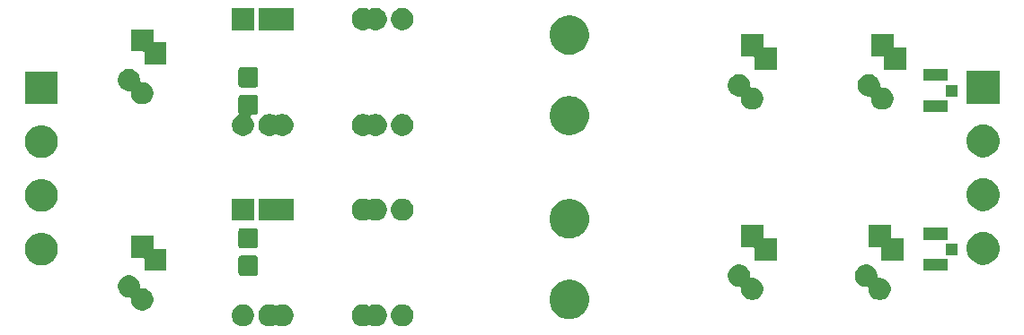
<source format=gbs>
G04 #@! TF.GenerationSoftware,KiCad,Pcbnew,(5.1.4)-1*
G04 #@! TF.CreationDate,2021-09-06T00:09:17-04:00*
G04 #@! TF.ProjectId,controller_power_filter,636f6e74-726f-46c6-9c65-725f706f7765,rev?*
G04 #@! TF.SameCoordinates,Original*
G04 #@! TF.FileFunction,Soldermask,Bot*
G04 #@! TF.FilePolarity,Negative*
%FSLAX46Y46*%
G04 Gerber Fmt 4.6, Leading zero omitted, Abs format (unit mm)*
G04 Created by KiCad (PCBNEW (5.1.4)-1) date 2021-09-06 00:09:17*
%MOMM*%
%LPD*%
G04 APERTURE LIST*
%ADD10C,0.100000*%
G04 APERTURE END LIST*
D10*
G36*
X127606564Y-145489389D02*
G01*
X127797836Y-145568616D01*
X127830555Y-145590478D01*
X127852165Y-145602029D01*
X127875614Y-145609142D01*
X127900001Y-145611544D01*
X127924387Y-145609142D01*
X127947836Y-145602029D01*
X127969445Y-145590478D01*
X128002164Y-145568616D01*
X128193436Y-145489389D01*
X128396484Y-145449000D01*
X128603516Y-145449000D01*
X128806564Y-145489389D01*
X128997833Y-145568615D01*
X128997835Y-145568616D01*
X129169973Y-145683635D01*
X129316365Y-145830027D01*
X129384090Y-145931384D01*
X129431385Y-146002167D01*
X129510611Y-146193436D01*
X129551000Y-146396484D01*
X129551000Y-146603516D01*
X129510611Y-146806564D01*
X129492205Y-146851000D01*
X129431384Y-146997835D01*
X129316365Y-147169973D01*
X129169973Y-147316365D01*
X128997835Y-147431384D01*
X128997834Y-147431385D01*
X128997833Y-147431385D01*
X128806564Y-147510611D01*
X128603516Y-147551000D01*
X128396484Y-147551000D01*
X128193436Y-147510611D01*
X128002164Y-147431384D01*
X127969445Y-147409522D01*
X127947835Y-147397971D01*
X127924386Y-147390858D01*
X127899999Y-147388456D01*
X127875613Y-147390858D01*
X127852164Y-147397971D01*
X127830555Y-147409522D01*
X127797836Y-147431384D01*
X127606564Y-147510611D01*
X127403516Y-147551000D01*
X127196484Y-147551000D01*
X126993436Y-147510611D01*
X126802167Y-147431385D01*
X126802166Y-147431385D01*
X126802165Y-147431384D01*
X126630027Y-147316365D01*
X126483635Y-147169973D01*
X126368616Y-146997835D01*
X126307795Y-146851000D01*
X126289389Y-146806564D01*
X126249000Y-146603516D01*
X126249000Y-146396484D01*
X126289389Y-146193436D01*
X126368615Y-146002167D01*
X126415911Y-145931384D01*
X126483635Y-145830027D01*
X126630027Y-145683635D01*
X126802165Y-145568616D01*
X126802167Y-145568615D01*
X126993436Y-145489389D01*
X127196484Y-145449000D01*
X127403516Y-145449000D01*
X127606564Y-145489389D01*
X127606564Y-145489389D01*
G37*
G36*
X118806564Y-145489389D02*
G01*
X118997836Y-145568616D01*
X119030555Y-145590478D01*
X119052165Y-145602029D01*
X119075614Y-145609142D01*
X119100001Y-145611544D01*
X119124387Y-145609142D01*
X119147836Y-145602029D01*
X119169445Y-145590478D01*
X119202164Y-145568616D01*
X119393436Y-145489389D01*
X119596484Y-145449000D01*
X119803516Y-145449000D01*
X120006564Y-145489389D01*
X120197833Y-145568615D01*
X120197835Y-145568616D01*
X120369973Y-145683635D01*
X120516365Y-145830027D01*
X120584090Y-145931384D01*
X120631385Y-146002167D01*
X120710611Y-146193436D01*
X120751000Y-146396484D01*
X120751000Y-146603516D01*
X120710611Y-146806564D01*
X120692205Y-146851000D01*
X120631384Y-146997835D01*
X120516365Y-147169973D01*
X120369973Y-147316365D01*
X120197835Y-147431384D01*
X120197834Y-147431385D01*
X120197833Y-147431385D01*
X120006564Y-147510611D01*
X119803516Y-147551000D01*
X119596484Y-147551000D01*
X119393436Y-147510611D01*
X119202164Y-147431384D01*
X119169445Y-147409522D01*
X119147835Y-147397971D01*
X119124386Y-147390858D01*
X119099999Y-147388456D01*
X119075613Y-147390858D01*
X119052164Y-147397971D01*
X119030555Y-147409522D01*
X118997836Y-147431384D01*
X118806564Y-147510611D01*
X118603516Y-147551000D01*
X118396484Y-147551000D01*
X118193436Y-147510611D01*
X118002167Y-147431385D01*
X118002166Y-147431385D01*
X118002165Y-147431384D01*
X117830027Y-147316365D01*
X117683635Y-147169973D01*
X117568616Y-146997835D01*
X117507795Y-146851000D01*
X117489389Y-146806564D01*
X117449000Y-146603516D01*
X117449000Y-146396484D01*
X117489389Y-146193436D01*
X117568615Y-146002167D01*
X117615911Y-145931384D01*
X117683635Y-145830027D01*
X117830027Y-145683635D01*
X118002165Y-145568616D01*
X118002167Y-145568615D01*
X118193436Y-145489389D01*
X118396484Y-145449000D01*
X118603516Y-145449000D01*
X118806564Y-145489389D01*
X118806564Y-145489389D01*
G37*
G36*
X116306564Y-145489389D02*
G01*
X116497833Y-145568615D01*
X116497835Y-145568616D01*
X116669973Y-145683635D01*
X116816365Y-145830027D01*
X116884090Y-145931384D01*
X116931385Y-146002167D01*
X117010611Y-146193436D01*
X117051000Y-146396484D01*
X117051000Y-146603516D01*
X117010611Y-146806564D01*
X116992205Y-146851000D01*
X116931384Y-146997835D01*
X116816365Y-147169973D01*
X116669973Y-147316365D01*
X116497835Y-147431384D01*
X116497834Y-147431385D01*
X116497833Y-147431385D01*
X116306564Y-147510611D01*
X116103516Y-147551000D01*
X115896484Y-147551000D01*
X115693436Y-147510611D01*
X115502167Y-147431385D01*
X115502166Y-147431385D01*
X115502165Y-147431384D01*
X115330027Y-147316365D01*
X115183635Y-147169973D01*
X115068616Y-146997835D01*
X115007795Y-146851000D01*
X114989389Y-146806564D01*
X114949000Y-146603516D01*
X114949000Y-146396484D01*
X114989389Y-146193436D01*
X115068615Y-146002167D01*
X115115911Y-145931384D01*
X115183635Y-145830027D01*
X115330027Y-145683635D01*
X115502165Y-145568616D01*
X115502167Y-145568615D01*
X115693436Y-145489389D01*
X115896484Y-145449000D01*
X116103516Y-145449000D01*
X116306564Y-145489389D01*
X116306564Y-145489389D01*
G37*
G36*
X131306564Y-145489389D02*
G01*
X131497833Y-145568615D01*
X131497835Y-145568616D01*
X131669973Y-145683635D01*
X131816365Y-145830027D01*
X131884090Y-145931384D01*
X131931385Y-146002167D01*
X132010611Y-146193436D01*
X132051000Y-146396484D01*
X132051000Y-146603516D01*
X132010611Y-146806564D01*
X131992205Y-146851000D01*
X131931384Y-146997835D01*
X131816365Y-147169973D01*
X131669973Y-147316365D01*
X131497835Y-147431384D01*
X131497834Y-147431385D01*
X131497833Y-147431385D01*
X131306564Y-147510611D01*
X131103516Y-147551000D01*
X130896484Y-147551000D01*
X130693436Y-147510611D01*
X130502167Y-147431385D01*
X130502166Y-147431385D01*
X130502165Y-147431384D01*
X130330027Y-147316365D01*
X130183635Y-147169973D01*
X130068616Y-146997835D01*
X130007795Y-146851000D01*
X129989389Y-146806564D01*
X129949000Y-146603516D01*
X129949000Y-146396484D01*
X129989389Y-146193436D01*
X130068615Y-146002167D01*
X130115911Y-145931384D01*
X130183635Y-145830027D01*
X130330027Y-145683635D01*
X130502165Y-145568616D01*
X130502167Y-145568615D01*
X130693436Y-145489389D01*
X130896484Y-145449000D01*
X131103516Y-145449000D01*
X131306564Y-145489389D01*
X131306564Y-145489389D01*
G37*
G36*
X147106430Y-143183635D02*
G01*
X147289917Y-143220133D01*
X147429448Y-143277929D01*
X147626776Y-143359664D01*
X147929943Y-143562234D01*
X148187766Y-143820057D01*
X148390336Y-144123224D01*
X148441950Y-144247833D01*
X148529867Y-144460083D01*
X148538238Y-144502167D01*
X148599573Y-144810515D01*
X148601000Y-144817692D01*
X148601000Y-145182308D01*
X148538238Y-145497835D01*
X148529867Y-145539916D01*
X148390336Y-145876776D01*
X148187766Y-146179943D01*
X147929943Y-146437766D01*
X147626776Y-146640336D01*
X147429448Y-146722071D01*
X147289917Y-146779867D01*
X147155702Y-146806564D01*
X146932309Y-146851000D01*
X146567691Y-146851000D01*
X146344298Y-146806564D01*
X146210083Y-146779867D01*
X146070552Y-146722071D01*
X145873224Y-146640336D01*
X145570057Y-146437766D01*
X145312234Y-146179943D01*
X145109664Y-145876776D01*
X144970133Y-145539916D01*
X144961763Y-145497835D01*
X144899000Y-145182308D01*
X144899000Y-144817692D01*
X144900428Y-144810515D01*
X144961762Y-144502167D01*
X144970133Y-144460083D01*
X145058050Y-144247833D01*
X145109664Y-144123224D01*
X145312234Y-143820057D01*
X145570057Y-143562234D01*
X145873224Y-143359664D01*
X146070552Y-143277929D01*
X146210083Y-143220133D01*
X146393570Y-143183635D01*
X146567691Y-143149000D01*
X146932309Y-143149000D01*
X147106430Y-143183635D01*
X147106430Y-143183635D01*
G37*
G36*
X105556564Y-142739389D02*
G01*
X105747833Y-142818615D01*
X105747835Y-142818616D01*
X105919973Y-142933635D01*
X106066365Y-143080027D01*
X106178491Y-143247835D01*
X106181385Y-143252167D01*
X106260611Y-143443436D01*
X106301000Y-143646484D01*
X106301000Y-143824001D01*
X106303402Y-143848387D01*
X106310515Y-143871836D01*
X106322066Y-143893447D01*
X106337611Y-143912389D01*
X106356553Y-143927934D01*
X106378164Y-143939485D01*
X106401613Y-143946598D01*
X106425999Y-143949000D01*
X106603516Y-143949000D01*
X106806564Y-143989389D01*
X106997833Y-144068615D01*
X106997835Y-144068616D01*
X107169973Y-144183635D01*
X107316365Y-144330027D01*
X107428491Y-144497835D01*
X107431385Y-144502167D01*
X107510611Y-144693436D01*
X107551000Y-144896484D01*
X107551000Y-145103516D01*
X107510611Y-145306564D01*
X107434882Y-145489390D01*
X107431384Y-145497835D01*
X107316365Y-145669973D01*
X107169973Y-145816365D01*
X106997835Y-145931384D01*
X106997834Y-145931385D01*
X106997833Y-145931385D01*
X106806564Y-146010611D01*
X106603516Y-146051000D01*
X106396484Y-146051000D01*
X106193436Y-146010611D01*
X106002167Y-145931385D01*
X106002166Y-145931385D01*
X106002165Y-145931384D01*
X105830027Y-145816365D01*
X105683635Y-145669973D01*
X105568616Y-145497835D01*
X105565118Y-145489390D01*
X105489389Y-145306564D01*
X105449000Y-145103516D01*
X105449000Y-144925999D01*
X105446598Y-144901613D01*
X105439485Y-144878164D01*
X105427934Y-144856553D01*
X105412389Y-144837611D01*
X105393447Y-144822066D01*
X105371836Y-144810515D01*
X105348387Y-144803402D01*
X105324001Y-144801000D01*
X105146484Y-144801000D01*
X104943436Y-144760611D01*
X104752167Y-144681385D01*
X104752166Y-144681385D01*
X104752165Y-144681384D01*
X104580027Y-144566365D01*
X104433635Y-144419973D01*
X104318616Y-144247835D01*
X104318615Y-144247833D01*
X104239389Y-144056564D01*
X104199000Y-143853516D01*
X104199000Y-143646484D01*
X104239389Y-143443436D01*
X104318615Y-143252167D01*
X104321510Y-143247835D01*
X104433635Y-143080027D01*
X104580027Y-142933635D01*
X104752165Y-142818616D01*
X104752167Y-142818615D01*
X104943436Y-142739389D01*
X105146484Y-142699000D01*
X105353516Y-142699000D01*
X105556564Y-142739389D01*
X105556564Y-142739389D01*
G37*
G36*
X163056564Y-141739389D02*
G01*
X163181164Y-141791000D01*
X163247835Y-141818616D01*
X163419973Y-141933635D01*
X163566365Y-142080027D01*
X163681385Y-142252167D01*
X163760611Y-142443436D01*
X163801000Y-142646484D01*
X163801000Y-142824001D01*
X163803402Y-142848387D01*
X163810515Y-142871836D01*
X163822066Y-142893447D01*
X163837611Y-142912389D01*
X163856553Y-142927934D01*
X163878164Y-142939485D01*
X163901613Y-142946598D01*
X163925999Y-142949000D01*
X164103516Y-142949000D01*
X164306564Y-142989389D01*
X164497833Y-143068615D01*
X164497835Y-143068616D01*
X164669973Y-143183635D01*
X164816365Y-143330027D01*
X164892143Y-143443436D01*
X164931385Y-143502167D01*
X165010611Y-143693436D01*
X165051000Y-143896484D01*
X165051000Y-144103516D01*
X165010611Y-144306564D01*
X164947021Y-144460084D01*
X164931384Y-144497835D01*
X164816365Y-144669973D01*
X164669973Y-144816365D01*
X164497835Y-144931384D01*
X164497834Y-144931385D01*
X164497833Y-144931385D01*
X164306564Y-145010611D01*
X164103516Y-145051000D01*
X163896484Y-145051000D01*
X163693436Y-145010611D01*
X163502167Y-144931385D01*
X163502166Y-144931385D01*
X163502165Y-144931384D01*
X163330027Y-144816365D01*
X163183635Y-144669973D01*
X163068616Y-144497835D01*
X163052979Y-144460084D01*
X162989389Y-144306564D01*
X162949000Y-144103516D01*
X162949000Y-143925999D01*
X162946598Y-143901613D01*
X162939485Y-143878164D01*
X162927934Y-143856553D01*
X162912389Y-143837611D01*
X162893447Y-143822066D01*
X162871836Y-143810515D01*
X162848387Y-143803402D01*
X162824001Y-143801000D01*
X162646484Y-143801000D01*
X162443436Y-143760611D01*
X162252167Y-143681385D01*
X162252166Y-143681385D01*
X162252165Y-143681384D01*
X162080027Y-143566365D01*
X161933635Y-143419973D01*
X161818616Y-143247835D01*
X161818615Y-143247833D01*
X161739389Y-143056564D01*
X161699000Y-142853516D01*
X161699000Y-142646484D01*
X161739389Y-142443436D01*
X161818615Y-142252167D01*
X161933635Y-142080027D01*
X162080027Y-141933635D01*
X162252165Y-141818616D01*
X162318836Y-141791000D01*
X162443436Y-141739389D01*
X162646484Y-141699000D01*
X162853516Y-141699000D01*
X163056564Y-141739389D01*
X163056564Y-141739389D01*
G37*
G36*
X175056564Y-141739389D02*
G01*
X175181164Y-141791000D01*
X175247835Y-141818616D01*
X175419973Y-141933635D01*
X175566365Y-142080027D01*
X175681385Y-142252167D01*
X175760611Y-142443436D01*
X175801000Y-142646484D01*
X175801000Y-142824001D01*
X175803402Y-142848387D01*
X175810515Y-142871836D01*
X175822066Y-142893447D01*
X175837611Y-142912389D01*
X175856553Y-142927934D01*
X175878164Y-142939485D01*
X175901613Y-142946598D01*
X175925999Y-142949000D01*
X176103516Y-142949000D01*
X176306564Y-142989389D01*
X176497833Y-143068615D01*
X176497835Y-143068616D01*
X176669973Y-143183635D01*
X176816365Y-143330027D01*
X176892143Y-143443436D01*
X176931385Y-143502167D01*
X177010611Y-143693436D01*
X177051000Y-143896484D01*
X177051000Y-144103516D01*
X177010611Y-144306564D01*
X176947021Y-144460084D01*
X176931384Y-144497835D01*
X176816365Y-144669973D01*
X176669973Y-144816365D01*
X176497835Y-144931384D01*
X176497834Y-144931385D01*
X176497833Y-144931385D01*
X176306564Y-145010611D01*
X176103516Y-145051000D01*
X175896484Y-145051000D01*
X175693436Y-145010611D01*
X175502167Y-144931385D01*
X175502166Y-144931385D01*
X175502165Y-144931384D01*
X175330027Y-144816365D01*
X175183635Y-144669973D01*
X175068616Y-144497835D01*
X175052979Y-144460084D01*
X174989389Y-144306564D01*
X174949000Y-144103516D01*
X174949000Y-143925999D01*
X174946598Y-143901613D01*
X174939485Y-143878164D01*
X174927934Y-143856553D01*
X174912389Y-143837611D01*
X174893447Y-143822066D01*
X174871836Y-143810515D01*
X174848387Y-143803402D01*
X174824001Y-143801000D01*
X174646484Y-143801000D01*
X174443436Y-143760611D01*
X174252167Y-143681385D01*
X174252166Y-143681385D01*
X174252165Y-143681384D01*
X174080027Y-143566365D01*
X173933635Y-143419973D01*
X173818616Y-143247835D01*
X173818615Y-143247833D01*
X173739389Y-143056564D01*
X173699000Y-142853516D01*
X173699000Y-142646484D01*
X173739389Y-142443436D01*
X173818615Y-142252167D01*
X173933635Y-142080027D01*
X174080027Y-141933635D01*
X174252165Y-141818616D01*
X174318836Y-141791000D01*
X174443436Y-141739389D01*
X174646484Y-141699000D01*
X174853516Y-141699000D01*
X175056564Y-141739389D01*
X175056564Y-141739389D01*
G37*
G36*
X117230411Y-140854259D02*
G01*
X117275853Y-140868044D01*
X117317736Y-140890431D01*
X117354444Y-140920556D01*
X117384569Y-140957264D01*
X117406956Y-140999147D01*
X117420741Y-141044589D01*
X117426000Y-141097990D01*
X117426000Y-142502010D01*
X117420741Y-142555411D01*
X117406956Y-142600853D01*
X117384569Y-142642736D01*
X117354444Y-142679444D01*
X117317736Y-142709569D01*
X117275853Y-142731956D01*
X117230411Y-142745741D01*
X117177010Y-142751000D01*
X115822990Y-142751000D01*
X115769589Y-142745741D01*
X115724147Y-142731956D01*
X115682264Y-142709569D01*
X115645556Y-142679444D01*
X115615431Y-142642736D01*
X115593044Y-142600853D01*
X115579259Y-142555411D01*
X115574000Y-142502010D01*
X115574000Y-141097990D01*
X115579259Y-141044589D01*
X115593044Y-140999147D01*
X115615431Y-140957264D01*
X115645556Y-140920556D01*
X115682264Y-140890431D01*
X115724147Y-140868044D01*
X115769589Y-140854259D01*
X115822990Y-140849000D01*
X117177010Y-140849000D01*
X117230411Y-140854259D01*
X117230411Y-140854259D01*
G37*
G36*
X107551000Y-140074001D02*
G01*
X107553402Y-140098387D01*
X107560515Y-140121836D01*
X107572066Y-140143447D01*
X107587611Y-140162389D01*
X107606553Y-140177934D01*
X107628164Y-140189485D01*
X107651613Y-140196598D01*
X107675999Y-140199000D01*
X108801000Y-140199000D01*
X108801000Y-142301000D01*
X106699000Y-142301000D01*
X106699000Y-141175999D01*
X106696598Y-141151613D01*
X106689485Y-141128164D01*
X106677934Y-141106553D01*
X106662389Y-141087611D01*
X106643447Y-141072066D01*
X106621836Y-141060515D01*
X106598387Y-141053402D01*
X106574001Y-141051000D01*
X105449000Y-141051000D01*
X105449000Y-138949000D01*
X107551000Y-138949000D01*
X107551000Y-140074001D01*
X107551000Y-140074001D01*
G37*
G36*
X182426000Y-142301000D02*
G01*
X180124000Y-142301000D01*
X180124000Y-141149000D01*
X182426000Y-141149000D01*
X182426000Y-142301000D01*
X182426000Y-142301000D01*
G37*
G36*
X97302585Y-138718802D02*
G01*
X97452410Y-138748604D01*
X97734674Y-138865521D01*
X97988705Y-139035259D01*
X98204741Y-139251295D01*
X98374479Y-139505326D01*
X98491396Y-139787590D01*
X98521198Y-139937415D01*
X98543792Y-140051000D01*
X98551000Y-140087240D01*
X98551000Y-140392760D01*
X98491396Y-140692410D01*
X98374479Y-140974674D01*
X98204741Y-141228705D01*
X97988705Y-141444741D01*
X97734674Y-141614479D01*
X97452410Y-141731396D01*
X97412226Y-141739389D01*
X97152761Y-141791000D01*
X96847239Y-141791000D01*
X96587774Y-141739389D01*
X96547590Y-141731396D01*
X96265326Y-141614479D01*
X96011295Y-141444741D01*
X95795259Y-141228705D01*
X95625521Y-140974674D01*
X95508604Y-140692410D01*
X95449000Y-140392760D01*
X95449000Y-140087240D01*
X95456209Y-140051000D01*
X95478802Y-139937415D01*
X95508604Y-139787590D01*
X95625521Y-139505326D01*
X95795259Y-139251295D01*
X96011295Y-139035259D01*
X96265326Y-138865521D01*
X96547590Y-138748604D01*
X96697415Y-138718802D01*
X96847239Y-138689000D01*
X97152761Y-138689000D01*
X97302585Y-138718802D01*
X97302585Y-138718802D01*
G37*
G36*
X186052585Y-138638802D02*
G01*
X186202410Y-138668604D01*
X186484674Y-138785521D01*
X186738705Y-138955259D01*
X186954741Y-139171295D01*
X187124479Y-139425326D01*
X187241396Y-139707590D01*
X187241396Y-139707591D01*
X187300945Y-140006960D01*
X187301000Y-140007240D01*
X187301000Y-140312760D01*
X187241396Y-140612410D01*
X187124479Y-140894674D01*
X186954741Y-141148705D01*
X186738705Y-141364741D01*
X186484674Y-141534479D01*
X186202410Y-141651396D01*
X186052585Y-141681198D01*
X185902761Y-141711000D01*
X185597239Y-141711000D01*
X185447415Y-141681198D01*
X185297590Y-141651396D01*
X185015326Y-141534479D01*
X184761295Y-141364741D01*
X184545259Y-141148705D01*
X184375521Y-140894674D01*
X184258604Y-140612410D01*
X184199000Y-140312760D01*
X184199000Y-140007240D01*
X184199056Y-140006960D01*
X184258604Y-139707591D01*
X184258604Y-139707590D01*
X184375521Y-139425326D01*
X184545259Y-139171295D01*
X184761295Y-138955259D01*
X185015326Y-138785521D01*
X185297590Y-138668604D01*
X185447415Y-138638802D01*
X185597239Y-138609000D01*
X185902761Y-138609000D01*
X186052585Y-138638802D01*
X186052585Y-138638802D01*
G37*
G36*
X165051000Y-139074001D02*
G01*
X165053402Y-139098387D01*
X165060515Y-139121836D01*
X165072066Y-139143447D01*
X165087611Y-139162389D01*
X165106553Y-139177934D01*
X165128164Y-139189485D01*
X165151613Y-139196598D01*
X165175999Y-139199000D01*
X166301000Y-139199000D01*
X166301000Y-141301000D01*
X164199000Y-141301000D01*
X164199000Y-140175999D01*
X164196598Y-140151613D01*
X164189485Y-140128164D01*
X164177934Y-140106553D01*
X164162389Y-140087611D01*
X164143447Y-140072066D01*
X164121836Y-140060515D01*
X164098387Y-140053402D01*
X164074001Y-140051000D01*
X162949000Y-140051000D01*
X162949000Y-137949000D01*
X165051000Y-137949000D01*
X165051000Y-139074001D01*
X165051000Y-139074001D01*
G37*
G36*
X177051000Y-139074001D02*
G01*
X177053402Y-139098387D01*
X177060515Y-139121836D01*
X177072066Y-139143447D01*
X177087611Y-139162389D01*
X177106553Y-139177934D01*
X177128164Y-139189485D01*
X177151613Y-139196598D01*
X177175999Y-139199000D01*
X178301000Y-139199000D01*
X178301000Y-141301000D01*
X176199000Y-141301000D01*
X176199000Y-140175999D01*
X176196598Y-140151613D01*
X176189485Y-140128164D01*
X176177934Y-140106553D01*
X176162389Y-140087611D01*
X176143447Y-140072066D01*
X176121836Y-140060515D01*
X176098387Y-140053402D01*
X176074001Y-140051000D01*
X174949000Y-140051000D01*
X174949000Y-137949000D01*
X177051000Y-137949000D01*
X177051000Y-139074001D01*
X177051000Y-139074001D01*
G37*
G36*
X183376000Y-140801000D02*
G01*
X182224000Y-140801000D01*
X182224000Y-139699000D01*
X183376000Y-139699000D01*
X183376000Y-140801000D01*
X183376000Y-140801000D01*
G37*
G36*
X117230411Y-138254259D02*
G01*
X117275853Y-138268044D01*
X117317736Y-138290431D01*
X117354444Y-138320556D01*
X117384569Y-138357264D01*
X117406956Y-138399147D01*
X117420741Y-138444589D01*
X117426000Y-138497990D01*
X117426000Y-139902010D01*
X117420741Y-139955411D01*
X117406956Y-140000853D01*
X117384569Y-140042736D01*
X117354444Y-140079444D01*
X117317736Y-140109569D01*
X117275853Y-140131956D01*
X117230411Y-140145741D01*
X117177010Y-140151000D01*
X115822990Y-140151000D01*
X115769589Y-140145741D01*
X115724147Y-140131956D01*
X115682264Y-140109569D01*
X115645556Y-140079444D01*
X115615431Y-140042736D01*
X115593044Y-140000853D01*
X115579259Y-139955411D01*
X115574000Y-139902010D01*
X115574000Y-138497990D01*
X115579259Y-138444589D01*
X115593044Y-138399147D01*
X115615431Y-138357264D01*
X115645556Y-138320556D01*
X115682264Y-138290431D01*
X115724147Y-138268044D01*
X115769589Y-138254259D01*
X115822990Y-138249000D01*
X117177010Y-138249000D01*
X117230411Y-138254259D01*
X117230411Y-138254259D01*
G37*
G36*
X182426000Y-139351000D02*
G01*
X180124000Y-139351000D01*
X180124000Y-138199000D01*
X182426000Y-138199000D01*
X182426000Y-139351000D01*
X182426000Y-139351000D01*
G37*
G36*
X147111113Y-135564567D02*
G01*
X147289917Y-135600133D01*
X147319556Y-135612410D01*
X147626776Y-135739664D01*
X147929943Y-135942234D01*
X148187766Y-136200057D01*
X148390336Y-136503224D01*
X148529867Y-136840084D01*
X148601000Y-137197691D01*
X148601000Y-137562309D01*
X148529867Y-137919916D01*
X148390336Y-138256776D01*
X148187766Y-138559943D01*
X147929943Y-138817766D01*
X147626776Y-139020336D01*
X147497216Y-139074001D01*
X147289917Y-139159867D01*
X147111112Y-139195434D01*
X146932309Y-139231000D01*
X146567691Y-139231000D01*
X146388888Y-139195434D01*
X146210083Y-139159867D01*
X146002784Y-139074001D01*
X145873224Y-139020336D01*
X145570057Y-138817766D01*
X145312234Y-138559943D01*
X145109664Y-138256776D01*
X144970133Y-137919916D01*
X144899000Y-137562309D01*
X144899000Y-137197691D01*
X144970133Y-136840084D01*
X145109664Y-136503224D01*
X145312234Y-136200057D01*
X145570057Y-135942234D01*
X145873224Y-135739664D01*
X146180444Y-135612410D01*
X146210083Y-135600133D01*
X146388887Y-135564567D01*
X146567691Y-135529000D01*
X146932309Y-135529000D01*
X147111113Y-135564567D01*
X147111113Y-135564567D01*
G37*
G36*
X131306564Y-135489389D02*
G01*
X131497833Y-135568615D01*
X131497835Y-135568616D01*
X131545003Y-135600133D01*
X131669973Y-135683635D01*
X131816365Y-135830027D01*
X131931385Y-136002167D01*
X132010611Y-136193436D01*
X132051000Y-136396484D01*
X132051000Y-136603516D01*
X132010611Y-136806564D01*
X131931385Y-136997833D01*
X131931384Y-136997835D01*
X131816365Y-137169973D01*
X131669973Y-137316365D01*
X131497835Y-137431384D01*
X131497834Y-137431385D01*
X131497833Y-137431385D01*
X131306564Y-137510611D01*
X131103516Y-137551000D01*
X130896484Y-137551000D01*
X130693436Y-137510611D01*
X130502167Y-137431385D01*
X130502166Y-137431385D01*
X130502165Y-137431384D01*
X130330027Y-137316365D01*
X130183635Y-137169973D01*
X130068616Y-136997835D01*
X130068615Y-136997833D01*
X129989389Y-136806564D01*
X129949000Y-136603516D01*
X129949000Y-136396484D01*
X129989389Y-136193436D01*
X130068615Y-136002167D01*
X130183635Y-135830027D01*
X130330027Y-135683635D01*
X130454997Y-135600133D01*
X130502165Y-135568616D01*
X130502167Y-135568615D01*
X130693436Y-135489389D01*
X130896484Y-135449000D01*
X131103516Y-135449000D01*
X131306564Y-135489389D01*
X131306564Y-135489389D01*
G37*
G36*
X120751000Y-137551000D02*
G01*
X117449000Y-137551000D01*
X117449000Y-135449000D01*
X120751000Y-135449000D01*
X120751000Y-137551000D01*
X120751000Y-137551000D01*
G37*
G36*
X117051000Y-137551000D02*
G01*
X114949000Y-137551000D01*
X114949000Y-135449000D01*
X117051000Y-135449000D01*
X117051000Y-137551000D01*
X117051000Y-137551000D01*
G37*
G36*
X127606564Y-135489389D02*
G01*
X127797836Y-135568616D01*
X127830555Y-135590478D01*
X127852165Y-135602029D01*
X127875614Y-135609142D01*
X127900001Y-135611544D01*
X127924387Y-135609142D01*
X127947836Y-135602029D01*
X127969445Y-135590478D01*
X128002164Y-135568616D01*
X128193436Y-135489389D01*
X128396484Y-135449000D01*
X128603516Y-135449000D01*
X128806564Y-135489389D01*
X128997833Y-135568615D01*
X128997835Y-135568616D01*
X129045003Y-135600133D01*
X129169973Y-135683635D01*
X129316365Y-135830027D01*
X129431385Y-136002167D01*
X129510611Y-136193436D01*
X129551000Y-136396484D01*
X129551000Y-136603516D01*
X129510611Y-136806564D01*
X129431385Y-136997833D01*
X129431384Y-136997835D01*
X129316365Y-137169973D01*
X129169973Y-137316365D01*
X128997835Y-137431384D01*
X128997834Y-137431385D01*
X128997833Y-137431385D01*
X128806564Y-137510611D01*
X128603516Y-137551000D01*
X128396484Y-137551000D01*
X128193436Y-137510611D01*
X128002164Y-137431384D01*
X127969445Y-137409522D01*
X127947835Y-137397971D01*
X127924386Y-137390858D01*
X127899999Y-137388456D01*
X127875613Y-137390858D01*
X127852164Y-137397971D01*
X127830555Y-137409522D01*
X127797836Y-137431384D01*
X127606564Y-137510611D01*
X127403516Y-137551000D01*
X127196484Y-137551000D01*
X126993436Y-137510611D01*
X126802167Y-137431385D01*
X126802166Y-137431385D01*
X126802165Y-137431384D01*
X126630027Y-137316365D01*
X126483635Y-137169973D01*
X126368616Y-136997835D01*
X126368615Y-136997833D01*
X126289389Y-136806564D01*
X126249000Y-136603516D01*
X126249000Y-136396484D01*
X126289389Y-136193436D01*
X126368615Y-136002167D01*
X126483635Y-135830027D01*
X126630027Y-135683635D01*
X126754997Y-135600133D01*
X126802165Y-135568616D01*
X126802167Y-135568615D01*
X126993436Y-135489389D01*
X127196484Y-135449000D01*
X127403516Y-135449000D01*
X127606564Y-135489389D01*
X127606564Y-135489389D01*
G37*
G36*
X97302585Y-133638802D02*
G01*
X97452410Y-133668604D01*
X97734674Y-133785521D01*
X97988705Y-133955259D01*
X98204741Y-134171295D01*
X98374479Y-134425326D01*
X98491396Y-134707590D01*
X98551000Y-135007240D01*
X98551000Y-135312760D01*
X98491396Y-135612410D01*
X98374479Y-135894674D01*
X98204741Y-136148705D01*
X97988705Y-136364741D01*
X97734674Y-136534479D01*
X97452410Y-136651396D01*
X97302585Y-136681198D01*
X97152761Y-136711000D01*
X96847239Y-136711000D01*
X96697415Y-136681198D01*
X96547590Y-136651396D01*
X96265326Y-136534479D01*
X96011295Y-136364741D01*
X95795259Y-136148705D01*
X95625521Y-135894674D01*
X95508604Y-135612410D01*
X95449000Y-135312760D01*
X95449000Y-135007240D01*
X95508604Y-134707590D01*
X95625521Y-134425326D01*
X95795259Y-134171295D01*
X96011295Y-133955259D01*
X96265326Y-133785521D01*
X96547590Y-133668604D01*
X96697415Y-133638802D01*
X96847239Y-133609000D01*
X97152761Y-133609000D01*
X97302585Y-133638802D01*
X97302585Y-133638802D01*
G37*
G36*
X186052585Y-133558802D02*
G01*
X186202410Y-133588604D01*
X186484674Y-133705521D01*
X186738705Y-133875259D01*
X186954741Y-134091295D01*
X187124479Y-134345326D01*
X187241396Y-134627590D01*
X187301000Y-134927240D01*
X187301000Y-135232760D01*
X187241396Y-135532410D01*
X187124479Y-135814674D01*
X186954741Y-136068705D01*
X186738705Y-136284741D01*
X186484674Y-136454479D01*
X186202410Y-136571396D01*
X186052585Y-136601198D01*
X185902761Y-136631000D01*
X185597239Y-136631000D01*
X185447415Y-136601198D01*
X185297590Y-136571396D01*
X185015326Y-136454479D01*
X184761295Y-136284741D01*
X184545259Y-136068705D01*
X184375521Y-135814674D01*
X184258604Y-135532410D01*
X184199000Y-135232760D01*
X184199000Y-134927240D01*
X184258604Y-134627590D01*
X184375521Y-134345326D01*
X184545259Y-134091295D01*
X184761295Y-133875259D01*
X185015326Y-133705521D01*
X185297590Y-133588604D01*
X185447415Y-133558802D01*
X185597239Y-133529000D01*
X185902761Y-133529000D01*
X186052585Y-133558802D01*
X186052585Y-133558802D01*
G37*
G36*
X97302585Y-128558802D02*
G01*
X97452410Y-128588604D01*
X97734674Y-128705521D01*
X97988705Y-128875259D01*
X98204741Y-129091295D01*
X98374479Y-129345326D01*
X98491396Y-129627590D01*
X98551000Y-129927240D01*
X98551000Y-130232760D01*
X98491396Y-130532410D01*
X98374479Y-130814674D01*
X98204741Y-131068705D01*
X97988705Y-131284741D01*
X97734674Y-131454479D01*
X97452410Y-131571396D01*
X97302585Y-131601198D01*
X97152761Y-131631000D01*
X96847239Y-131631000D01*
X96697415Y-131601198D01*
X96547590Y-131571396D01*
X96265326Y-131454479D01*
X96011295Y-131284741D01*
X95795259Y-131068705D01*
X95625521Y-130814674D01*
X95508604Y-130532410D01*
X95449000Y-130232760D01*
X95449000Y-129927240D01*
X95508604Y-129627590D01*
X95625521Y-129345326D01*
X95795259Y-129091295D01*
X96011295Y-128875259D01*
X96265326Y-128705521D01*
X96547590Y-128588604D01*
X96697415Y-128558802D01*
X96847239Y-128529000D01*
X97152761Y-128529000D01*
X97302585Y-128558802D01*
X97302585Y-128558802D01*
G37*
G36*
X186052585Y-128478802D02*
G01*
X186202410Y-128508604D01*
X186484674Y-128625521D01*
X186738705Y-128795259D01*
X186954741Y-129011295D01*
X187124479Y-129265326D01*
X187241396Y-129547590D01*
X187301000Y-129847240D01*
X187301000Y-130152760D01*
X187241396Y-130452410D01*
X187124479Y-130734674D01*
X186954741Y-130988705D01*
X186738705Y-131204741D01*
X186484674Y-131374479D01*
X186202410Y-131491396D01*
X186052585Y-131521198D01*
X185902761Y-131551000D01*
X185597239Y-131551000D01*
X185447415Y-131521198D01*
X185297590Y-131491396D01*
X185015326Y-131374479D01*
X184761295Y-131204741D01*
X184545259Y-130988705D01*
X184375521Y-130734674D01*
X184258604Y-130452410D01*
X184199000Y-130152760D01*
X184199000Y-129847240D01*
X184258604Y-129547590D01*
X184375521Y-129265326D01*
X184545259Y-129011295D01*
X184761295Y-128795259D01*
X185015326Y-128625521D01*
X185297590Y-128508604D01*
X185447415Y-128478802D01*
X185597239Y-128449000D01*
X185902761Y-128449000D01*
X186052585Y-128478802D01*
X186052585Y-128478802D01*
G37*
G36*
X118806564Y-127489389D02*
G01*
X118997836Y-127568616D01*
X119030555Y-127590478D01*
X119052165Y-127602029D01*
X119075614Y-127609142D01*
X119100001Y-127611544D01*
X119124387Y-127609142D01*
X119147836Y-127602029D01*
X119169445Y-127590478D01*
X119202164Y-127568616D01*
X119393436Y-127489389D01*
X119596484Y-127449000D01*
X119803516Y-127449000D01*
X120006564Y-127489389D01*
X120197833Y-127568615D01*
X120197835Y-127568616D01*
X120258486Y-127609142D01*
X120369973Y-127683635D01*
X120516365Y-127830027D01*
X120631385Y-128002167D01*
X120710611Y-128193436D01*
X120751000Y-128396484D01*
X120751000Y-128603516D01*
X120710611Y-128806564D01*
X120682156Y-128875260D01*
X120631384Y-128997835D01*
X120516365Y-129169973D01*
X120369973Y-129316365D01*
X120197835Y-129431384D01*
X120197834Y-129431385D01*
X120197833Y-129431385D01*
X120006564Y-129510611D01*
X119803516Y-129551000D01*
X119596484Y-129551000D01*
X119393436Y-129510611D01*
X119202164Y-129431384D01*
X119169445Y-129409522D01*
X119147835Y-129397971D01*
X119124386Y-129390858D01*
X119099999Y-129388456D01*
X119075613Y-129390858D01*
X119052164Y-129397971D01*
X119030555Y-129409522D01*
X118997836Y-129431384D01*
X118806564Y-129510611D01*
X118603516Y-129551000D01*
X118396484Y-129551000D01*
X118193436Y-129510611D01*
X118002167Y-129431385D01*
X118002166Y-129431385D01*
X118002165Y-129431384D01*
X117830027Y-129316365D01*
X117683635Y-129169973D01*
X117568616Y-128997835D01*
X117517844Y-128875260D01*
X117489389Y-128806564D01*
X117449000Y-128603516D01*
X117449000Y-128396484D01*
X117489389Y-128193436D01*
X117568615Y-128002167D01*
X117683635Y-127830027D01*
X117830027Y-127683635D01*
X117941514Y-127609142D01*
X118002165Y-127568616D01*
X118002167Y-127568615D01*
X118193436Y-127489389D01*
X118396484Y-127449000D01*
X118603516Y-127449000D01*
X118806564Y-127489389D01*
X118806564Y-127489389D01*
G37*
G36*
X127606564Y-127489389D02*
G01*
X127797836Y-127568616D01*
X127830555Y-127590478D01*
X127852165Y-127602029D01*
X127875614Y-127609142D01*
X127900001Y-127611544D01*
X127924387Y-127609142D01*
X127947836Y-127602029D01*
X127969445Y-127590478D01*
X128002164Y-127568616D01*
X128193436Y-127489389D01*
X128396484Y-127449000D01*
X128603516Y-127449000D01*
X128806564Y-127489389D01*
X128997833Y-127568615D01*
X128997835Y-127568616D01*
X129058486Y-127609142D01*
X129169973Y-127683635D01*
X129316365Y-127830027D01*
X129431385Y-128002167D01*
X129510611Y-128193436D01*
X129551000Y-128396484D01*
X129551000Y-128603516D01*
X129510611Y-128806564D01*
X129482156Y-128875260D01*
X129431384Y-128997835D01*
X129316365Y-129169973D01*
X129169973Y-129316365D01*
X128997835Y-129431384D01*
X128997834Y-129431385D01*
X128997833Y-129431385D01*
X128806564Y-129510611D01*
X128603516Y-129551000D01*
X128396484Y-129551000D01*
X128193436Y-129510611D01*
X128002164Y-129431384D01*
X127969445Y-129409522D01*
X127947835Y-129397971D01*
X127924386Y-129390858D01*
X127899999Y-129388456D01*
X127875613Y-129390858D01*
X127852164Y-129397971D01*
X127830555Y-129409522D01*
X127797836Y-129431384D01*
X127606564Y-129510611D01*
X127403516Y-129551000D01*
X127196484Y-129551000D01*
X126993436Y-129510611D01*
X126802167Y-129431385D01*
X126802166Y-129431385D01*
X126802165Y-129431384D01*
X126630027Y-129316365D01*
X126483635Y-129169973D01*
X126368616Y-128997835D01*
X126317844Y-128875260D01*
X126289389Y-128806564D01*
X126249000Y-128603516D01*
X126249000Y-128396484D01*
X126289389Y-128193436D01*
X126368615Y-128002167D01*
X126483635Y-127830027D01*
X126630027Y-127683635D01*
X126741514Y-127609142D01*
X126802165Y-127568616D01*
X126802167Y-127568615D01*
X126993436Y-127489389D01*
X127196484Y-127449000D01*
X127403516Y-127449000D01*
X127606564Y-127489389D01*
X127606564Y-127489389D01*
G37*
G36*
X117230411Y-125654259D02*
G01*
X117275853Y-125668044D01*
X117317736Y-125690431D01*
X117354444Y-125720556D01*
X117384569Y-125757264D01*
X117406956Y-125799147D01*
X117420741Y-125844589D01*
X117426000Y-125897990D01*
X117426000Y-127302010D01*
X117420741Y-127355411D01*
X117406956Y-127400853D01*
X117384569Y-127442736D01*
X117354444Y-127479444D01*
X117317736Y-127509569D01*
X117275853Y-127531956D01*
X117230411Y-127545741D01*
X117177010Y-127551000D01*
X116839113Y-127551000D01*
X116814727Y-127553402D01*
X116791278Y-127560515D01*
X116769667Y-127572066D01*
X116750725Y-127587611D01*
X116735180Y-127606553D01*
X116723629Y-127628164D01*
X116716516Y-127651613D01*
X116714114Y-127675999D01*
X116716516Y-127700385D01*
X116723629Y-127723834D01*
X116735180Y-127745445D01*
X116750725Y-127764387D01*
X116816365Y-127830027D01*
X116931385Y-128002167D01*
X117010611Y-128193436D01*
X117051000Y-128396484D01*
X117051000Y-128603516D01*
X117010611Y-128806564D01*
X116982156Y-128875260D01*
X116931384Y-128997835D01*
X116816365Y-129169973D01*
X116669973Y-129316365D01*
X116497835Y-129431384D01*
X116497834Y-129431385D01*
X116497833Y-129431385D01*
X116306564Y-129510611D01*
X116103516Y-129551000D01*
X115896484Y-129551000D01*
X115693436Y-129510611D01*
X115502167Y-129431385D01*
X115502166Y-129431385D01*
X115502165Y-129431384D01*
X115330027Y-129316365D01*
X115183635Y-129169973D01*
X115068616Y-128997835D01*
X115017844Y-128875260D01*
X114989389Y-128806564D01*
X114949000Y-128603516D01*
X114949000Y-128396484D01*
X114989389Y-128193436D01*
X115068615Y-128002167D01*
X115183635Y-127830027D01*
X115330027Y-127683635D01*
X115502166Y-127568615D01*
X115523441Y-127559803D01*
X115545052Y-127548252D01*
X115563993Y-127532707D01*
X115579539Y-127513765D01*
X115591090Y-127492154D01*
X115598203Y-127468705D01*
X115600605Y-127444319D01*
X115598203Y-127419933D01*
X115595223Y-127408034D01*
X115579259Y-127355408D01*
X115574000Y-127302010D01*
X115574000Y-125897990D01*
X115579259Y-125844589D01*
X115593044Y-125799147D01*
X115615431Y-125757264D01*
X115645556Y-125720556D01*
X115682264Y-125690431D01*
X115724147Y-125668044D01*
X115769589Y-125654259D01*
X115822990Y-125649000D01*
X117177010Y-125649000D01*
X117230411Y-125654259D01*
X117230411Y-125654259D01*
G37*
G36*
X131306564Y-127489389D02*
G01*
X131497833Y-127568615D01*
X131497835Y-127568616D01*
X131558486Y-127609142D01*
X131669973Y-127683635D01*
X131816365Y-127830027D01*
X131931385Y-128002167D01*
X132010611Y-128193436D01*
X132051000Y-128396484D01*
X132051000Y-128603516D01*
X132010611Y-128806564D01*
X131982156Y-128875260D01*
X131931384Y-128997835D01*
X131816365Y-129169973D01*
X131669973Y-129316365D01*
X131497835Y-129431384D01*
X131497834Y-129431385D01*
X131497833Y-129431385D01*
X131306564Y-129510611D01*
X131103516Y-129551000D01*
X130896484Y-129551000D01*
X130693436Y-129510611D01*
X130502167Y-129431385D01*
X130502166Y-129431385D01*
X130502165Y-129431384D01*
X130330027Y-129316365D01*
X130183635Y-129169973D01*
X130068616Y-128997835D01*
X130017844Y-128875260D01*
X129989389Y-128806564D01*
X129949000Y-128603516D01*
X129949000Y-128396484D01*
X129989389Y-128193436D01*
X130068615Y-128002167D01*
X130183635Y-127830027D01*
X130330027Y-127683635D01*
X130441514Y-127609142D01*
X130502165Y-127568616D01*
X130502167Y-127568615D01*
X130693436Y-127489389D01*
X130896484Y-127449000D01*
X131103516Y-127449000D01*
X131306564Y-127489389D01*
X131306564Y-127489389D01*
G37*
G36*
X147053165Y-125793040D02*
G01*
X147289917Y-125840133D01*
X147329558Y-125856553D01*
X147626776Y-125979664D01*
X147929943Y-126182234D01*
X148187766Y-126440057D01*
X148390336Y-126743224D01*
X148529867Y-127080084D01*
X148601000Y-127437691D01*
X148601000Y-127802309D01*
X148529867Y-128159916D01*
X148390336Y-128496776D01*
X148187766Y-128799943D01*
X147929943Y-129057766D01*
X147626776Y-129260336D01*
X147491509Y-129316365D01*
X147289917Y-129399867D01*
X147131471Y-129431384D01*
X146932309Y-129471000D01*
X146567691Y-129471000D01*
X146368529Y-129431384D01*
X146210083Y-129399867D01*
X146008491Y-129316365D01*
X145873224Y-129260336D01*
X145570057Y-129057766D01*
X145312234Y-128799943D01*
X145109664Y-128496776D01*
X144970133Y-128159916D01*
X144899000Y-127802309D01*
X144899000Y-127437691D01*
X144970133Y-127080084D01*
X145109664Y-126743224D01*
X145312234Y-126440057D01*
X145570057Y-126182234D01*
X145873224Y-125979664D01*
X146170442Y-125856553D01*
X146210083Y-125840133D01*
X146446835Y-125793040D01*
X146567691Y-125769000D01*
X146932309Y-125769000D01*
X147053165Y-125793040D01*
X147053165Y-125793040D01*
G37*
G36*
X182426000Y-127301000D02*
G01*
X180124000Y-127301000D01*
X180124000Y-126149000D01*
X182426000Y-126149000D01*
X182426000Y-127301000D01*
X182426000Y-127301000D01*
G37*
G36*
X163056564Y-123739389D02*
G01*
X163247833Y-123818615D01*
X163247835Y-123818616D01*
X163419973Y-123933635D01*
X163566365Y-124080027D01*
X163610772Y-124146486D01*
X163681385Y-124252167D01*
X163760611Y-124443436D01*
X163801000Y-124646484D01*
X163801000Y-124824001D01*
X163803402Y-124848387D01*
X163810515Y-124871836D01*
X163822066Y-124893447D01*
X163837611Y-124912389D01*
X163856553Y-124927934D01*
X163878164Y-124939485D01*
X163901613Y-124946598D01*
X163925999Y-124949000D01*
X164103516Y-124949000D01*
X164306564Y-124989389D01*
X164492401Y-125066365D01*
X164497835Y-125068616D01*
X164669973Y-125183635D01*
X164816365Y-125330027D01*
X164860772Y-125396486D01*
X164931385Y-125502167D01*
X165010611Y-125693436D01*
X165051000Y-125896484D01*
X165051000Y-126103516D01*
X165010611Y-126306564D01*
X164931385Y-126497833D01*
X164931384Y-126497835D01*
X164816365Y-126669973D01*
X164669973Y-126816365D01*
X164497835Y-126931384D01*
X164497834Y-126931385D01*
X164497833Y-126931385D01*
X164306564Y-127010611D01*
X164103516Y-127051000D01*
X163896484Y-127051000D01*
X163693436Y-127010611D01*
X163502167Y-126931385D01*
X163502166Y-126931385D01*
X163502165Y-126931384D01*
X163330027Y-126816365D01*
X163183635Y-126669973D01*
X163068616Y-126497835D01*
X163068615Y-126497833D01*
X162989389Y-126306564D01*
X162949000Y-126103516D01*
X162949000Y-125925999D01*
X162946598Y-125901613D01*
X162939485Y-125878164D01*
X162927934Y-125856553D01*
X162912389Y-125837611D01*
X162893447Y-125822066D01*
X162871836Y-125810515D01*
X162848387Y-125803402D01*
X162824001Y-125801000D01*
X162646484Y-125801000D01*
X162443436Y-125760611D01*
X162252167Y-125681385D01*
X162252166Y-125681385D01*
X162252165Y-125681384D01*
X162080027Y-125566365D01*
X161933635Y-125419973D01*
X161818616Y-125247835D01*
X161796083Y-125193435D01*
X161739389Y-125056564D01*
X161699000Y-124853516D01*
X161699000Y-124646484D01*
X161739389Y-124443436D01*
X161818615Y-124252167D01*
X161889229Y-124146486D01*
X161933635Y-124080027D01*
X162080027Y-123933635D01*
X162252165Y-123818616D01*
X162252167Y-123818615D01*
X162443436Y-123739389D01*
X162646484Y-123699000D01*
X162853516Y-123699000D01*
X163056564Y-123739389D01*
X163056564Y-123739389D01*
G37*
G36*
X175306564Y-123739389D02*
G01*
X175497833Y-123818615D01*
X175497835Y-123818616D01*
X175669973Y-123933635D01*
X175816365Y-124080027D01*
X175860772Y-124146486D01*
X175931385Y-124252167D01*
X176010611Y-124443436D01*
X176051000Y-124646484D01*
X176051000Y-124824001D01*
X176053402Y-124848387D01*
X176060515Y-124871836D01*
X176072066Y-124893447D01*
X176087611Y-124912389D01*
X176106553Y-124927934D01*
X176128164Y-124939485D01*
X176151613Y-124946598D01*
X176175999Y-124949000D01*
X176353516Y-124949000D01*
X176556564Y-124989389D01*
X176742401Y-125066365D01*
X176747835Y-125068616D01*
X176919973Y-125183635D01*
X177066365Y-125330027D01*
X177110772Y-125396486D01*
X177181385Y-125502167D01*
X177260611Y-125693436D01*
X177301000Y-125896484D01*
X177301000Y-126103516D01*
X177260611Y-126306564D01*
X177181385Y-126497833D01*
X177181384Y-126497835D01*
X177066365Y-126669973D01*
X176919973Y-126816365D01*
X176747835Y-126931384D01*
X176747834Y-126931385D01*
X176747833Y-126931385D01*
X176556564Y-127010611D01*
X176353516Y-127051000D01*
X176146484Y-127051000D01*
X175943436Y-127010611D01*
X175752167Y-126931385D01*
X175752166Y-126931385D01*
X175752165Y-126931384D01*
X175580027Y-126816365D01*
X175433635Y-126669973D01*
X175318616Y-126497835D01*
X175318615Y-126497833D01*
X175239389Y-126306564D01*
X175199000Y-126103516D01*
X175199000Y-125925999D01*
X175196598Y-125901613D01*
X175189485Y-125878164D01*
X175177934Y-125856553D01*
X175162389Y-125837611D01*
X175143447Y-125822066D01*
X175121836Y-125810515D01*
X175098387Y-125803402D01*
X175074001Y-125801000D01*
X174896484Y-125801000D01*
X174693436Y-125760611D01*
X174502167Y-125681385D01*
X174502166Y-125681385D01*
X174502165Y-125681384D01*
X174330027Y-125566365D01*
X174183635Y-125419973D01*
X174068616Y-125247835D01*
X174046083Y-125193435D01*
X173989389Y-125056564D01*
X173949000Y-124853516D01*
X173949000Y-124646484D01*
X173989389Y-124443436D01*
X174068615Y-124252167D01*
X174139229Y-124146486D01*
X174183635Y-124080027D01*
X174330027Y-123933635D01*
X174502165Y-123818616D01*
X174502167Y-123818615D01*
X174693436Y-123739389D01*
X174896484Y-123699000D01*
X175103516Y-123699000D01*
X175306564Y-123739389D01*
X175306564Y-123739389D01*
G37*
G36*
X105556564Y-123239389D02*
G01*
X105726723Y-123309871D01*
X105747835Y-123318616D01*
X105823240Y-123369000D01*
X105919973Y-123433635D01*
X106066365Y-123580027D01*
X106181385Y-123752167D01*
X106260611Y-123943436D01*
X106301000Y-124146484D01*
X106301000Y-124324001D01*
X106303402Y-124348387D01*
X106310515Y-124371836D01*
X106322066Y-124393447D01*
X106337611Y-124412389D01*
X106356553Y-124427934D01*
X106378164Y-124439485D01*
X106401613Y-124446598D01*
X106425999Y-124449000D01*
X106603516Y-124449000D01*
X106806564Y-124489389D01*
X106997833Y-124568615D01*
X106997835Y-124568616D01*
X107169973Y-124683635D01*
X107316365Y-124830027D01*
X107397197Y-124951000D01*
X107431385Y-125002167D01*
X107510611Y-125193436D01*
X107551000Y-125396484D01*
X107551000Y-125603516D01*
X107510611Y-125806564D01*
X107438911Y-125979664D01*
X107431384Y-125997835D01*
X107316365Y-126169973D01*
X107169973Y-126316365D01*
X106997835Y-126431384D01*
X106997834Y-126431385D01*
X106997833Y-126431385D01*
X106806564Y-126510611D01*
X106603516Y-126551000D01*
X106396484Y-126551000D01*
X106193436Y-126510611D01*
X106002167Y-126431385D01*
X106002166Y-126431385D01*
X106002165Y-126431384D01*
X105830027Y-126316365D01*
X105683635Y-126169973D01*
X105568616Y-125997835D01*
X105561089Y-125979664D01*
X105489389Y-125806564D01*
X105449000Y-125603516D01*
X105449000Y-125425999D01*
X105446598Y-125401613D01*
X105439485Y-125378164D01*
X105427934Y-125356553D01*
X105412389Y-125337611D01*
X105393447Y-125322066D01*
X105371836Y-125310515D01*
X105348387Y-125303402D01*
X105324001Y-125301000D01*
X105146484Y-125301000D01*
X104943436Y-125260611D01*
X104752167Y-125181385D01*
X104752166Y-125181385D01*
X104752165Y-125181384D01*
X104580027Y-125066365D01*
X104433635Y-124919973D01*
X104318616Y-124747835D01*
X104298388Y-124699000D01*
X104239389Y-124556564D01*
X104199000Y-124353516D01*
X104199000Y-124146484D01*
X104239389Y-123943436D01*
X104318615Y-123752167D01*
X104433635Y-123580027D01*
X104580027Y-123433635D01*
X104676760Y-123369000D01*
X104752165Y-123318616D01*
X104773277Y-123309871D01*
X104943436Y-123239389D01*
X105146484Y-123199000D01*
X105353516Y-123199000D01*
X105556564Y-123239389D01*
X105556564Y-123239389D01*
G37*
G36*
X98551000Y-126551000D02*
G01*
X95449000Y-126551000D01*
X95449000Y-123449000D01*
X98551000Y-123449000D01*
X98551000Y-126551000D01*
X98551000Y-126551000D01*
G37*
G36*
X187301000Y-126471000D02*
G01*
X184199000Y-126471000D01*
X184199000Y-123369000D01*
X187301000Y-123369000D01*
X187301000Y-126471000D01*
X187301000Y-126471000D01*
G37*
G36*
X183376000Y-125801000D02*
G01*
X182224000Y-125801000D01*
X182224000Y-124699000D01*
X183376000Y-124699000D01*
X183376000Y-125801000D01*
X183376000Y-125801000D01*
G37*
G36*
X117230411Y-123054259D02*
G01*
X117275853Y-123068044D01*
X117317736Y-123090431D01*
X117354444Y-123120556D01*
X117384569Y-123157264D01*
X117406956Y-123199147D01*
X117420741Y-123244589D01*
X117426000Y-123297990D01*
X117426000Y-124702010D01*
X117420741Y-124755411D01*
X117406956Y-124800853D01*
X117384569Y-124842736D01*
X117354444Y-124879444D01*
X117317736Y-124909569D01*
X117275853Y-124931956D01*
X117230411Y-124945741D01*
X117177010Y-124951000D01*
X115822990Y-124951000D01*
X115769589Y-124945741D01*
X115724147Y-124931956D01*
X115682264Y-124909569D01*
X115645556Y-124879444D01*
X115615431Y-124842736D01*
X115593044Y-124800853D01*
X115579259Y-124755411D01*
X115574000Y-124702010D01*
X115574000Y-123297990D01*
X115579259Y-123244589D01*
X115593044Y-123199147D01*
X115615431Y-123157264D01*
X115645556Y-123120556D01*
X115682264Y-123090431D01*
X115724147Y-123068044D01*
X115769589Y-123054259D01*
X115822990Y-123049000D01*
X117177010Y-123049000D01*
X117230411Y-123054259D01*
X117230411Y-123054259D01*
G37*
G36*
X182426000Y-124351000D02*
G01*
X180124000Y-124351000D01*
X180124000Y-123199000D01*
X182426000Y-123199000D01*
X182426000Y-124351000D01*
X182426000Y-124351000D01*
G37*
G36*
X165051000Y-121074001D02*
G01*
X165053402Y-121098387D01*
X165060515Y-121121836D01*
X165072066Y-121143447D01*
X165087611Y-121162389D01*
X165106553Y-121177934D01*
X165128164Y-121189485D01*
X165151613Y-121196598D01*
X165175999Y-121199000D01*
X166301000Y-121199000D01*
X166301000Y-123301000D01*
X164199000Y-123301000D01*
X164199000Y-122175999D01*
X164196598Y-122151613D01*
X164189485Y-122128164D01*
X164177934Y-122106553D01*
X164162389Y-122087611D01*
X164143447Y-122072066D01*
X164121836Y-122060515D01*
X164098387Y-122053402D01*
X164074001Y-122051000D01*
X162949000Y-122051000D01*
X162949000Y-119949000D01*
X165051000Y-119949000D01*
X165051000Y-121074001D01*
X165051000Y-121074001D01*
G37*
G36*
X177301000Y-121074001D02*
G01*
X177303402Y-121098387D01*
X177310515Y-121121836D01*
X177322066Y-121143447D01*
X177337611Y-121162389D01*
X177356553Y-121177934D01*
X177378164Y-121189485D01*
X177401613Y-121196598D01*
X177425999Y-121199000D01*
X178551000Y-121199000D01*
X178551000Y-123301000D01*
X176449000Y-123301000D01*
X176449000Y-122175999D01*
X176446598Y-122151613D01*
X176439485Y-122128164D01*
X176427934Y-122106553D01*
X176412389Y-122087611D01*
X176393447Y-122072066D01*
X176371836Y-122060515D01*
X176348387Y-122053402D01*
X176324001Y-122051000D01*
X175199000Y-122051000D01*
X175199000Y-119949000D01*
X177301000Y-119949000D01*
X177301000Y-121074001D01*
X177301000Y-121074001D01*
G37*
G36*
X107551000Y-120574001D02*
G01*
X107553402Y-120598387D01*
X107560515Y-120621836D01*
X107572066Y-120643447D01*
X107587611Y-120662389D01*
X107606553Y-120677934D01*
X107628164Y-120689485D01*
X107651613Y-120696598D01*
X107675999Y-120699000D01*
X108801000Y-120699000D01*
X108801000Y-122801000D01*
X106699000Y-122801000D01*
X106699000Y-121675999D01*
X106696598Y-121651613D01*
X106689485Y-121628164D01*
X106677934Y-121606553D01*
X106662389Y-121587611D01*
X106643447Y-121572066D01*
X106621836Y-121560515D01*
X106598387Y-121553402D01*
X106574001Y-121551000D01*
X105449000Y-121551000D01*
X105449000Y-119449000D01*
X107551000Y-119449000D01*
X107551000Y-120574001D01*
X107551000Y-120574001D01*
G37*
G36*
X147111113Y-118184567D02*
G01*
X147289917Y-118220133D01*
X147429448Y-118277929D01*
X147626776Y-118359664D01*
X147929943Y-118562234D01*
X148187766Y-118820057D01*
X148390336Y-119123224D01*
X148470337Y-119316365D01*
X148529867Y-119460083D01*
X148565434Y-119638888D01*
X148601000Y-119817691D01*
X148601000Y-120182309D01*
X148529867Y-120539916D01*
X148390336Y-120876776D01*
X148187766Y-121179943D01*
X147929943Y-121437766D01*
X147626776Y-121640336D01*
X147429448Y-121722071D01*
X147289917Y-121779867D01*
X147111113Y-121815433D01*
X146932309Y-121851000D01*
X146567691Y-121851000D01*
X146388887Y-121815433D01*
X146210083Y-121779867D01*
X146070552Y-121722071D01*
X145873224Y-121640336D01*
X145570057Y-121437766D01*
X145312234Y-121179943D01*
X145109664Y-120876776D01*
X144970133Y-120539916D01*
X144899000Y-120182309D01*
X144899000Y-119817691D01*
X144934566Y-119638888D01*
X144970133Y-119460083D01*
X145029663Y-119316365D01*
X145109664Y-119123224D01*
X145312234Y-118820057D01*
X145570057Y-118562234D01*
X145873224Y-118359664D01*
X146070552Y-118277929D01*
X146210083Y-118220133D01*
X146388887Y-118184567D01*
X146567691Y-118149000D01*
X146932309Y-118149000D01*
X147111113Y-118184567D01*
X147111113Y-118184567D01*
G37*
G36*
X127606564Y-117489389D02*
G01*
X127797836Y-117568616D01*
X127830555Y-117590478D01*
X127852165Y-117602029D01*
X127875614Y-117609142D01*
X127900001Y-117611544D01*
X127924387Y-117609142D01*
X127947836Y-117602029D01*
X127969445Y-117590478D01*
X128002164Y-117568616D01*
X128193436Y-117489389D01*
X128396484Y-117449000D01*
X128603516Y-117449000D01*
X128806564Y-117489389D01*
X128997833Y-117568615D01*
X128997835Y-117568616D01*
X129047841Y-117602029D01*
X129169973Y-117683635D01*
X129316365Y-117830027D01*
X129431385Y-118002167D01*
X129510611Y-118193436D01*
X129551000Y-118396484D01*
X129551000Y-118603516D01*
X129510611Y-118806564D01*
X129431385Y-118997833D01*
X129431384Y-118997835D01*
X129316365Y-119169973D01*
X129169973Y-119316365D01*
X128997835Y-119431384D01*
X128997834Y-119431385D01*
X128997833Y-119431385D01*
X128806564Y-119510611D01*
X128603516Y-119551000D01*
X128396484Y-119551000D01*
X128193436Y-119510611D01*
X128002164Y-119431384D01*
X127969445Y-119409522D01*
X127947835Y-119397971D01*
X127924386Y-119390858D01*
X127899999Y-119388456D01*
X127875613Y-119390858D01*
X127852164Y-119397971D01*
X127830555Y-119409522D01*
X127797836Y-119431384D01*
X127606564Y-119510611D01*
X127403516Y-119551000D01*
X127196484Y-119551000D01*
X126993436Y-119510611D01*
X126802167Y-119431385D01*
X126802166Y-119431385D01*
X126802165Y-119431384D01*
X126630027Y-119316365D01*
X126483635Y-119169973D01*
X126368616Y-118997835D01*
X126368615Y-118997833D01*
X126289389Y-118806564D01*
X126249000Y-118603516D01*
X126249000Y-118396484D01*
X126289389Y-118193436D01*
X126368615Y-118002167D01*
X126483635Y-117830027D01*
X126630027Y-117683635D01*
X126752159Y-117602029D01*
X126802165Y-117568616D01*
X126802167Y-117568615D01*
X126993436Y-117489389D01*
X127196484Y-117449000D01*
X127403516Y-117449000D01*
X127606564Y-117489389D01*
X127606564Y-117489389D01*
G37*
G36*
X131306564Y-117489389D02*
G01*
X131497833Y-117568615D01*
X131497835Y-117568616D01*
X131547841Y-117602029D01*
X131669973Y-117683635D01*
X131816365Y-117830027D01*
X131931385Y-118002167D01*
X132010611Y-118193436D01*
X132051000Y-118396484D01*
X132051000Y-118603516D01*
X132010611Y-118806564D01*
X131931385Y-118997833D01*
X131931384Y-118997835D01*
X131816365Y-119169973D01*
X131669973Y-119316365D01*
X131497835Y-119431384D01*
X131497834Y-119431385D01*
X131497833Y-119431385D01*
X131306564Y-119510611D01*
X131103516Y-119551000D01*
X130896484Y-119551000D01*
X130693436Y-119510611D01*
X130502167Y-119431385D01*
X130502166Y-119431385D01*
X130502165Y-119431384D01*
X130330027Y-119316365D01*
X130183635Y-119169973D01*
X130068616Y-118997835D01*
X130068615Y-118997833D01*
X129989389Y-118806564D01*
X129949000Y-118603516D01*
X129949000Y-118396484D01*
X129989389Y-118193436D01*
X130068615Y-118002167D01*
X130183635Y-117830027D01*
X130330027Y-117683635D01*
X130452159Y-117602029D01*
X130502165Y-117568616D01*
X130502167Y-117568615D01*
X130693436Y-117489389D01*
X130896484Y-117449000D01*
X131103516Y-117449000D01*
X131306564Y-117489389D01*
X131306564Y-117489389D01*
G37*
G36*
X120751000Y-119551000D02*
G01*
X117449000Y-119551000D01*
X117449000Y-117449000D01*
X120751000Y-117449000D01*
X120751000Y-119551000D01*
X120751000Y-119551000D01*
G37*
G36*
X117051000Y-119551000D02*
G01*
X114949000Y-119551000D01*
X114949000Y-117449000D01*
X117051000Y-117449000D01*
X117051000Y-119551000D01*
X117051000Y-119551000D01*
G37*
M02*

</source>
